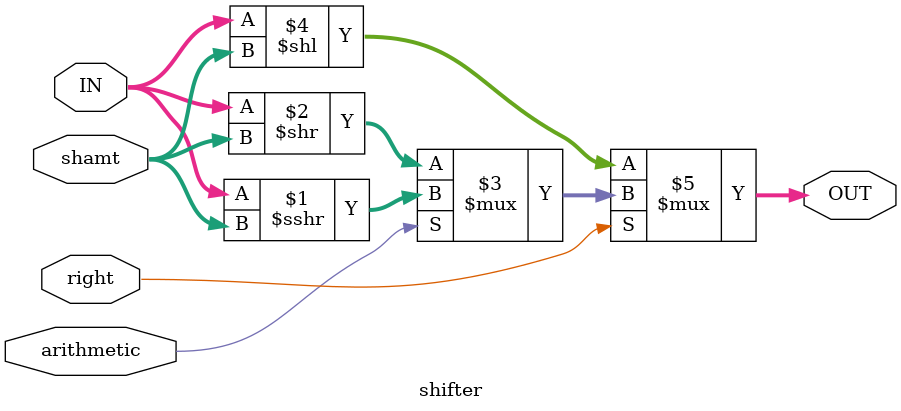
<source format=sv>
`timescale 1ns / 1ps


module shifter #(parameter N=32)(
    input wire signed [N-1:0] IN,
    input wire [$clog2(N)-1:0] shamt,
    input wire right, arithmetic,
    output wire [N-1:0] OUT
    );
    //                                  sra             srl
    assign OUT = right ? (arithmetic ? IN >>> shamt : IN >> shamt):
                         (IN << shamt);//sll
endmodule

</source>
